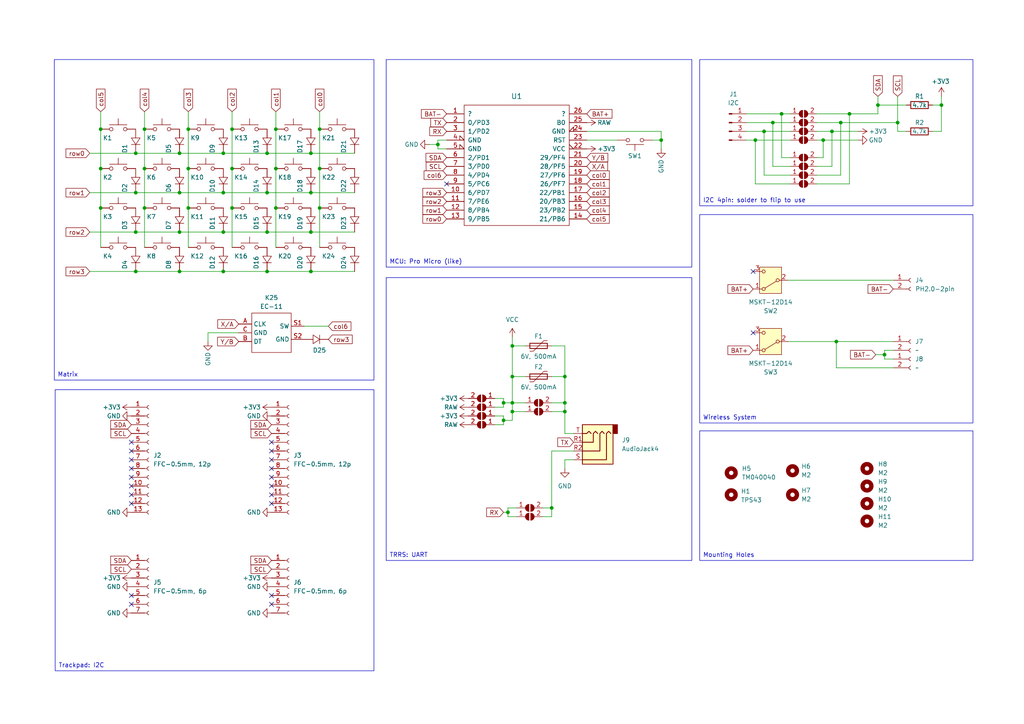
<source format=kicad_sch>
(kicad_sch (version 20250114) (generator "eeschema") (generator_version "9.0")
  (paper "A4")
  (text_box "I2C 4pin: solder to flip to use" (at 202.946 17.272 0) (size 79.248 42.418) (margins 0.9525 0.9525 0.9525 0.9525) (effects (font (size 1.27 1.27)) (justify left bottom)))
  (text_box "Trackpad: I2C" (at 16.002 113.03 0) (size 92.456 81.534) (margins 0.9525 0.9525 0.9525 0.9525) (effects (font (size 1.27 1.27)) (justify left bottom)))
  (text_box "Mounting Holes" (at 202.946 124.968 0) (size 79.248 37.592) (margins 0.9525 0.9525 0.9525 0.9525) (effects (font (size 1.27 1.27)) (justify left bottom)))
  (text_box "TRRS: UART" (at 112.014 80.518 0) (size 88.646 82.042) (margins 0.9525 0.9525 0.9525 0.9525) (effects (font (size 1.27 1.27)) (justify left bottom)))
  (text_box "Wireless System" (at 202.946 62.23 0) (size 79.248 60.452) (margins 0.9525 0.9525 0.9525 0.9525) (effects (font (size 1.27 1.27)) (justify left bottom)))
  (text_box "MCU: Pro Micro (like)" (at 112.014 17.272 0) (size 88.646 60.198) (margins 0.9525 0.9525 0.9525 0.9525) (effects (font (size 1.27 1.27)) (justify left bottom)))
  (text_box "Matrix" (at 15.748 17.272 0) (size 92.71 92.964) (margins 0.9525 0.9525 0.9525 0.9525) (effects (font (size 1.27 1.27)) (justify left bottom)))
  (junction (at 54.61 60.325))
  (junction (at 67.31 37.465))
  (junction (at 147.32 148.59))
  (junction (at 64.77 67.31))
  (junction (at 29.21 60.325))
  (junction (at 54.61 48.895))
  (junction (at 160.02 147.32))
  (junction (at 90.17 78.74))
  (junction (at 219.075 40.64))
  (junction (at 39.37 78.74))
  (junction (at 92.71 60.325))
  (junction (at 77.47 78.74))
  (junction (at 52.07 67.31))
  (junction (at 146.05 121.92))
  (junction (at 273.05 30.48))
  (junction (at 256.54 102.87))
  (junction (at 260.35 35.56))
  (junction (at 80.01 37.465))
  (junction (at 163.83 109.22))
  (junction (at 241.3 38.1))
  (junction (at 226.695 33.02))
  (junction (at 77.47 67.31))
  (junction (at 80.01 60.325))
  (junction (at 224.155 35.56))
  (junction (at 90.17 55.88))
  (junction (at 77.47 44.45))
  (junction (at 41.91 37.465))
  (junction (at 54.61 37.465))
  (junction (at 163.83 119.38))
  (junction (at 29.21 48.895))
  (junction (at 127 41.91))
  (junction (at 41.91 60.325))
  (junction (at 64.77 55.88))
  (junction (at 67.31 48.895))
  (junction (at 148.59 109.22))
  (junction (at 41.91 48.895))
  (junction (at 77.47 55.88))
  (junction (at 246.38 33.02))
  (junction (at 221.615 38.1))
  (junction (at 39.37 44.45))
  (junction (at 148.59 100.33))
  (junction (at 163.83 116.84))
  (junction (at 92.71 37.465))
  (junction (at 243.84 35.56))
  (junction (at 191.77 40.64))
  (junction (at 29.21 37.465))
  (junction (at 148.59 119.38))
  (junction (at 238.76 40.64))
  (junction (at 242.57 99.06))
  (junction (at 90.17 67.31))
  (junction (at 64.77 78.74))
  (junction (at 39.37 55.88))
  (junction (at 64.77 44.45))
  (junction (at 52.07 44.45))
  (junction (at 90.17 44.45))
  (junction (at 39.37 67.31))
  (junction (at 254.635 30.48))
  (junction (at 52.07 55.88))
  (junction (at 67.31 60.325))
  (junction (at 52.07 78.74))
  (junction (at 148.59 116.84))
  (junction (at 146.05 116.84))
  (junction (at 92.71 48.895))
  (junction (at 80.01 48.895))
  (no_connect (at 38.1 135.89))
  (no_connect (at 78.74 130.81))
  (no_connect (at 38.1 133.35))
  (no_connect (at 78.74 138.43))
  (no_connect (at 129.54 53.34))
  (no_connect (at 38.1 146.05))
  (no_connect (at 78.74 146.05))
  (no_connect (at 78.74 133.35))
  (no_connect (at 78.74 135.89))
  (no_connect (at 218.44 96.52))
  (no_connect (at 218.44 78.74))
  (no_connect (at 38.1 138.43))
  (no_connect (at 78.74 172.72))
  (no_connect (at 38.1 140.97))
  (no_connect (at 78.74 128.27))
  (no_connect (at 38.1 143.51))
  (no_connect (at 38.1 172.72))
  (no_connect (at 38.1 130.81))
  (no_connect (at 78.74 143.51))
  (no_connect (at 78.74 140.97))
  (no_connect (at 38.1 128.27))
  (no_connect (at 38.1 175.26))
  (no_connect (at 78.74 175.26))
  (wire (pts (xy 146.05 118.11) (xy 146.05 116.84)))
  (wire (pts (xy 160.02 119.38) (xy 163.83 119.38)))
  (wire (pts (xy 29.21 60.325) (xy 29.21 71.755)))
  (wire (pts (xy 243.84 35.56) (xy 260.35 35.56)))
  (wire (pts (xy 147.32 147.32) (xy 147.32 148.59)))
  (wire (pts (xy 262.89 38.1) (xy 260.35 38.1)))
  (wire (pts (xy 226.695 45.72) (xy 226.695 33.02)))
  (wire (pts (xy 260.35 35.56) (xy 260.35 38.1)))
  (wire (pts (xy 52.07 55.88) (xy 64.77 55.88)))
  (wire (pts (xy 148.59 100.33) (xy 152.4 100.33)))
  (wire (pts (xy 67.31 32.385) (xy 67.31 37.465)))
  (wire (pts (xy 39.37 67.31) (xy 52.07 67.31)))
  (wire (pts (xy 26.035 78.74) (xy 39.37 78.74)))
  (wire (pts (xy 219.075 40.64) (xy 229.235 40.64)))
  (wire (pts (xy 256.54 102.87) (xy 256.54 101.6)))
  (wire (pts (xy 260.35 27.94) (xy 260.35 35.56)))
  (wire (pts (xy 80.01 37.465) (xy 80.01 48.895)))
  (wire (pts (xy 163.83 116.84) (xy 163.83 109.22)))
  (wire (pts (xy 163.83 119.38) (xy 163.83 116.84)))
  (wire (pts (xy 236.855 45.72) (xy 238.76 45.72)))
  (wire (pts (xy 52.07 78.74) (xy 64.77 78.74)))
  (wire (pts (xy 54.61 48.895) (xy 54.61 60.325)))
  (wire (pts (xy 191.77 38.1) (xy 191.77 40.64)))
  (wire (pts (xy 146.05 116.84) (xy 148.59 116.84)))
  (wire (pts (xy 236.855 53.34) (xy 246.38 53.34)))
  (wire (pts (xy 124.46 41.91) (xy 127 41.91)))
  (wire (pts (xy 41.91 48.895) (xy 41.91 60.325)))
  (wire (pts (xy 148.59 109.22) (xy 148.59 100.33)))
  (wire (pts (xy 90.17 55.88) (xy 102.87 55.88)))
  (wire (pts (xy 39.37 78.74) (xy 52.07 78.74)))
  (wire (pts (xy 67.31 37.465) (xy 67.31 48.895)))
  (wire (pts (xy 90.17 78.74) (xy 102.87 78.74)))
  (wire (pts (xy 149.86 149.86) (xy 147.32 149.86)))
  (wire (pts (xy 143.51 120.65) (xy 146.05 120.65)))
  (wire (pts (xy 221.615 38.1) (xy 229.235 38.1)))
  (wire (pts (xy 146.05 123.19) (xy 146.05 121.92)))
  (wire (pts (xy 148.59 119.38) (xy 148.59 116.84)))
  (wire (pts (xy 54.61 60.325) (xy 54.61 71.755)))
  (wire (pts (xy 90.17 67.31) (xy 102.87 67.31)))
  (wire (pts (xy 242.57 99.06) (xy 259.08 99.06)))
  (wire (pts (xy 127 43.18) (xy 129.54 43.18)))
  (wire (pts (xy 270.51 38.1) (xy 273.05 38.1)))
  (wire (pts (xy 95.25 94.615) (xy 88.265 94.615)))
  (wire (pts (xy 39.37 55.88) (xy 52.07 55.88)))
  (wire (pts (xy 241.3 48.26) (xy 241.3 38.1)))
  (wire (pts (xy 67.31 48.895) (xy 67.31 60.325)))
  (wire (pts (xy 228.6 99.06) (xy 242.57 99.06)))
  (wire (pts (xy 77.47 55.88) (xy 90.17 55.88)))
  (wire (pts (xy 64.77 67.31) (xy 77.47 67.31)))
  (wire (pts (xy 41.91 60.325) (xy 41.91 71.755)))
  (wire (pts (xy 238.76 45.72) (xy 238.76 40.64)))
  (wire (pts (xy 29.21 32.385) (xy 29.21 37.465)))
  (wire (pts (xy 229.235 50.8) (xy 221.615 50.8)))
  (wire (pts (xy 127 40.64) (xy 129.54 40.64)))
  (wire (pts (xy 152.4 109.22) (xy 148.59 109.22)))
  (wire (pts (xy 41.91 32.385) (xy 41.91 37.465)))
  (wire (pts (xy 229.235 48.26) (xy 224.155 48.26)))
  (wire (pts (xy 160.02 116.84) (xy 163.83 116.84)))
  (wire (pts (xy 148.59 116.84) (xy 152.4 116.84)))
  (wire (pts (xy 163.83 125.73) (xy 166.37 125.73)))
  (wire (pts (xy 236.855 38.1) (xy 241.3 38.1)))
  (wire (pts (xy 148.59 100.33) (xy 148.59 97.79)))
  (wire (pts (xy 127 41.91) (xy 127 43.18)))
  (wire (pts (xy 236.855 50.8) (xy 243.84 50.8)))
  (wire (pts (xy 143.51 118.11) (xy 146.05 118.11)))
  (wire (pts (xy 236.855 33.02) (xy 246.38 33.02)))
  (wire (pts (xy 216.535 33.02) (xy 226.695 33.02)))
  (wire (pts (xy 163.83 133.35) (xy 163.83 135.89)))
  (wire (pts (xy 246.38 53.34) (xy 246.38 33.02)))
  (wire (pts (xy 64.77 55.88) (xy 77.47 55.88)))
  (wire (pts (xy 52.07 67.31) (xy 64.77 67.31)))
  (wire (pts (xy 148.59 119.38) (xy 152.4 119.38)))
  (wire (pts (xy 243.84 50.8) (xy 243.84 35.56)))
  (wire (pts (xy 224.155 35.56) (xy 229.235 35.56)))
  (wire (pts (xy 228.6 81.28) (xy 259.08 81.28)))
  (wire (pts (xy 216.535 40.64) (xy 219.075 40.64)))
  (wire (pts (xy 273.05 30.48) (xy 270.51 30.48)))
  (wire (pts (xy 160.02 147.32) (xy 160.02 149.86)))
  (wire (pts (xy 64.77 78.74) (xy 77.47 78.74)))
  (wire (pts (xy 221.615 50.8) (xy 221.615 38.1)))
  (wire (pts (xy 146.05 115.57) (xy 146.05 116.84)))
  (wire (pts (xy 254.635 33.02) (xy 254.635 30.48)))
  (wire (pts (xy 157.48 147.32) (xy 160.02 147.32)))
  (wire (pts (xy 224.155 48.26) (xy 224.155 35.56)))
  (wire (pts (xy 219.075 53.34) (xy 219.075 40.64)))
  (wire (pts (xy 92.71 37.465) (xy 92.71 48.895)))
  (wire (pts (xy 236.855 48.26) (xy 241.3 48.26)))
  (wire (pts (xy 254 102.87) (xy 256.54 102.87)))
  (wire (pts (xy 26.035 44.45) (xy 39.37 44.45)))
  (wire (pts (xy 191.77 40.64) (xy 189.23 40.64)))
  (wire (pts (xy 191.77 43.18) (xy 191.77 40.64)))
  (wire (pts (xy 166.37 133.35) (xy 163.83 133.35)))
  (wire (pts (xy 259.08 106.68) (xy 242.57 106.68)))
  (wire (pts (xy 60.325 99.06) (xy 60.325 96.52)))
  (wire (pts (xy 39.37 44.45) (xy 52.07 44.45)))
  (wire (pts (xy 64.77 44.45) (xy 77.47 44.45)))
  (wire (pts (xy 216.535 35.56) (xy 224.155 35.56)))
  (wire (pts (xy 160.02 147.32) (xy 160.02 130.81)))
  (wire (pts (xy 262.89 30.48) (xy 254.635 30.48)))
  (wire (pts (xy 92.71 60.325) (xy 92.71 71.755)))
  (wire (pts (xy 29.21 48.895) (xy 29.21 60.325)))
  (wire (pts (xy 226.695 33.02) (xy 229.235 33.02)))
  (wire (pts (xy 146.05 121.92) (xy 148.59 121.92)))
  (wire (pts (xy 242.57 106.68) (xy 242.57 99.06)))
  (wire (pts (xy 54.61 32.385) (xy 54.61 37.465)))
  (wire (pts (xy 160.02 109.22) (xy 163.83 109.22)))
  (wire (pts (xy 163.83 125.73) (xy 163.83 119.38)))
  (wire (pts (xy 52.07 44.45) (xy 64.77 44.45)))
  (wire (pts (xy 26.035 67.31) (xy 39.37 67.31)))
  (wire (pts (xy 80.01 60.325) (xy 80.01 71.755)))
  (wire (pts (xy 160.02 130.81) (xy 166.37 130.81)))
  (wire (pts (xy 54.61 37.465) (xy 54.61 48.895)))
  (wire (pts (xy 127 40.64) (xy 127 41.91)))
  (wire (pts (xy 259.08 104.14) (xy 256.54 104.14)))
  (wire (pts (xy 147.32 148.59) (xy 146.05 148.59)))
  (wire (pts (xy 157.48 149.86) (xy 160.02 149.86)))
  (wire (pts (xy 216.535 38.1) (xy 221.615 38.1)))
  (wire (pts (xy 241.3 38.1) (xy 248.92 38.1)))
  (wire (pts (xy 256.54 104.14) (xy 256.54 102.87)))
  (wire (pts (xy 238.76 40.64) (xy 248.92 40.64)))
  (wire (pts (xy 170.18 40.64) (xy 179.07 40.64)))
  (wire (pts (xy 160.02 100.33) (xy 163.83 100.33)))
  (wire (pts (xy 60.325 96.52) (xy 69.215 96.52)))
  (wire (pts (xy 92.71 48.895) (xy 92.71 60.325)))
  (wire (pts (xy 90.17 44.45) (xy 102.87 44.45)))
  (wire (pts (xy 273.05 27.94) (xy 273.05 30.48)))
  (wire (pts (xy 41.91 37.465) (xy 41.91 48.895)))
  (wire (pts (xy 147.32 149.86) (xy 147.32 148.59)))
  (wire (pts (xy 143.51 123.19) (xy 146.05 123.19)))
  (wire (pts (xy 147.32 147.32) (xy 149.86 147.32)))
  (wire (pts (xy 256.54 101.6) (xy 259.08 101.6)))
  (wire (pts (xy 80.01 32.385) (xy 80.01 37.465)))
  (wire (pts (xy 77.47 78.74) (xy 90.17 78.74)))
  (wire (pts (xy 170.18 38.1) (xy 191.77 38.1)))
  (wire (pts (xy 236.855 40.64) (xy 238.76 40.64)))
  (wire (pts (xy 92.71 32.385) (xy 92.71 37.465)))
  (wire (pts (xy 80.01 48.895) (xy 80.01 60.325)))
  (wire (pts (xy 229.235 45.72) (xy 226.695 45.72)))
  (wire (pts (xy 163.83 109.22) (xy 163.83 100.33)))
  (wire (pts (xy 273.05 38.1) (xy 273.05 30.48)))
  (wire (pts (xy 246.38 33.02) (xy 254.635 33.02)))
  (wire (pts (xy 67.31 60.325) (xy 67.31 71.755)))
  (wire (pts (xy 236.855 35.56) (xy 243.84 35.56)))
  (wire (pts (xy 77.47 44.45) (xy 90.17 44.45)))
  (wire (pts (xy 148.59 109.22) (xy 148.59 116.84)))
  (wire (pts (xy 146.05 120.65) (xy 146.05 121.92)))
  (wire (pts (xy 77.47 67.31) (xy 90.17 67.31)))
  (wire (pts (xy 229.235 53.34) (xy 219.075 53.34)))
  (wire (pts (xy 29.21 37.465) (xy 29.21 48.895)))
  (wire (pts (xy 143.51 115.57) (xy 146.05 115.57)))
  (wire (pts (xy 254.635 30.48) (xy 254.635 27.94)))
  (wire (pts (xy 26.035 55.88) (xy 39.37 55.88)))
  (wire (pts (xy 148.59 121.92) (xy 148.59 119.38)))
  (global_label "RX" (shape input) (at 129.54 38.1 180) (property "Intersheetrefs" "${INTERSHEET_REFS}" (effects (hide yes))))
  (global_label "row1" (shape input) (at 26.035 55.88 180) (property "Intersheetrefs" "${INTERSHEET_REFS}" (effects (hide yes))))
  (global_label "col1" (shape input) (at 80.01 32.385 90) (property "Intersheetrefs" "${INTERSHEET_REFS}" (effects (hide yes))))
  (global_label "col2" (shape input) (at 170.18 55.88 0) (property "Intersheetrefs" "${INTERSHEET_REFS}" (effects (hide yes))))
  (global_label "SDA" (shape input) (at 129.54 45.72 180) (property "Intersheetrefs" "${INTERSHEET_REFS}" (effects (hide yes))))
  (global_label "col6" (shape input) (at 129.54 50.8 180) (property "Intersheetrefs" "${INTERSHEET_REFS}" (effects (hide yes))))
  (global_label "SCL" (shape input) (at 129.54 48.26 180) (property "Intersheetrefs" "${INTERSHEET_REFS}" (effects (hide yes))))
  (global_label "Y{slash}B" (shape input) (at 69.215 99.06 180) (property "Intersheetrefs" "${INTERSHEET_REFS}" (effects (hide yes))))
  (global_label "BAT+" (shape input) (at 218.44 101.6 180) (property "Intersheetrefs" "${INTERSHEET_REFS}" (effects (hide yes))))
  (global_label "col0" (shape input) (at 170.18 50.8 0) (property "Intersheetrefs" "${INTERSHEET_REFS}" (effects (hide yes))))
  (global_label "col2" (shape input) (at 67.31 32.385 90) (property "Intersheetrefs" "${INTERSHEET_REFS}" (effects (hide yes))))
  (global_label "SCL" (shape input) (at 38.1 165.1 180) (property "Intersheetrefs" "${INTERSHEET_REFS}" (effects (hide yes))))
  (global_label "col5" (shape input) (at 29.21 32.385 90) (property "Intersheetrefs" "${INTERSHEET_REFS}" (effects (hide yes))))
  (global_label "TX" (shape input) (at 166.37 128.27 180) (property "Intersheetrefs" "${INTERSHEET_REFS}" (effects (hide yes))))
  (global_label "SDA" (shape input) (at 254.635 27.94 90) (property "Intersheetrefs" "${INTERSHEET_REFS}" (effects (hide yes))))
  (global_label "SDA" (shape input) (at 78.74 123.19 180) (property "Intersheetrefs" "${INTERSHEET_REFS}" (effects (hide yes))))
  (global_label "BAT-" (shape input) (at 259.08 83.82 180) (property "Intersheetrefs" "${INTERSHEET_REFS}" (effects (hide yes))))
  (global_label "col0" (shape input) (at 92.71 32.385 90) (property "Intersheetrefs" "${INTERSHEET_REFS}" (effects (hide yes))))
  (global_label "row2" (shape input) (at 129.54 58.42 180) (property "Intersheetrefs" "${INTERSHEET_REFS}" (effects (hide yes))))
  (global_label "X{slash}A" (shape input) (at 69.215 93.98 180) (property "Intersheetrefs" "${INTERSHEET_REFS}" (effects (hide yes))))
  (global_label "col4" (shape input) (at 41.91 32.385 90) (property "Intersheetrefs" "${INTERSHEET_REFS}" (effects (hide yes))))
  (global_label "SDA" (shape input) (at 38.1 123.19 180) (property "Intersheetrefs" "${INTERSHEET_REFS}" (effects (hide yes))))
  (global_label "col1" (shape input) (at 170.18 53.34 0) (property "Intersheetrefs" "${INTERSHEET_REFS}" (effects (hide yes))))
  (global_label "row2" (shape input) (at 26.035 67.31 180) (property "Intersheetrefs" "${INTERSHEET_REFS}" (effects (hide yes))))
  (global_label "SCL" (shape input) (at 78.74 165.1 180) (property "Intersheetrefs" "${INTERSHEET_REFS}" (effects (hide yes))))
  (global_label "BAT+" (shape input) (at 170.18 33.02 0) (property "Intersheetrefs" "${INTERSHEET_REFS}" (effects (hide yes))))
  (global_label "row0" (shape input) (at 26.035 44.45 180) (property "Intersheetrefs" "${INTERSHEET_REFS}" (effects (hide yes))))
  (global_label "col5" (shape input) (at 170.18 63.5 0) (property "Intersheetrefs" "${INTERSHEET_REFS}" (effects (hide yes))))
  (global_label "SDA" (shape input) (at 38.1 162.56 180) (property "Intersheetrefs" "${INTERSHEET_REFS}" (effects (hide yes))))
  (global_label "col3" (shape input) (at 54.61 32.385 90) (property "Intersheetrefs" "${INTERSHEET_REFS}" (effects (hide yes))))
  (global_label "BAT-" (shape input) (at 254 102.87 180) (property "Intersheetrefs" "${INTERSHEET_REFS}" (effects (hide yes))))
  (global_label "row3" (shape input) (at 95.25 98.425 0) (property "Intersheetrefs" "${INTERSHEET_REFS}" (effects (hide yes))))
  (global_label "RX" (shape input) (at 146.05 148.59 180) (property "Intersheetrefs" "${INTERSHEET_REFS}" (effects (hide yes))))
  (global_label "col3" (shape input) (at 170.18 58.42 0) (property "Intersheetrefs" "${INTERSHEET_REFS}" (effects (hide yes))))
  (global_label "row1" (shape input) (at 129.54 60.96 180) (property "Intersheetrefs" "${INTERSHEET_REFS}" (effects (hide yes))))
  (global_label "X{slash}A" (shape input) (at 170.18 48.26 0) (property "Intersheetrefs" "${INTERSHEET_REFS}" (effects (hide yes))))
  (global_label "SCL" (shape input) (at 78.74 125.73 180) (property "Intersheetrefs" "${INTERSHEET_REFS}" (effects (hide yes))))
  (global_label "BAT-" (shape input) (at 129.54 33.02 180) (property "Intersheetrefs" "${INTERSHEET_REFS}" (effects (hide yes))))
  (global_label "col4" (shape input) (at 170.18 60.96 0) (property "Intersheetrefs" "${INTERSHEET_REFS}" (effects (hide yes))))
  (global_label "SCL" (shape input) (at 260.35 27.94 90) (property "Intersheetrefs" "${INTERSHEET_REFS}" (effects (hide yes))))
  (global_label "row3" (shape input) (at 26.035 78.74 180) (property "Intersheetrefs" "${INTERSHEET_REFS}" (effects (hide yes))))
  (global_label "col6" (shape input) (at 95.25 94.615 0) (property "Intersheetrefs" "${INTERSHEET_REFS}" (effects (hide yes))))
  (global_label "SCL" (shape input) (at 38.1 125.73 180) (property "Intersheetrefs" "${INTERSHEET_REFS}" (effects (hide yes))))
  (global_label "BAT+" (shape input) (at 218.44 83.82 180) (property "Intersheetrefs" "${INTERSHEET_REFS}" (effects (hide yes))))
  (global_label "row3" (shape input) (at 129.54 55.88 180) (property "Intersheetrefs" "${INTERSHEET_REFS}" (effects (hide yes))))
  (global_label "TX" (shape input) (at 129.54 35.56 180) (property "Intersheetrefs" "${INTERSHEET_REFS}" (effects (hide yes))))
  (global_label "row0" (shape input) (at 129.54 63.5 180) (property "Intersheetrefs" "${INTERSHEET_REFS}" (effects (hide yes))))
  (global_label "SDA" (shape input) (at 78.74 162.56 180) (property "Intersheetrefs" "${INTERSHEET_REFS}" (effects (hide yes))))
  (global_label "Y{slash}B" (shape input) (at 170.18 45.72 0) (property "Intersheetrefs" "${INTERSHEET_REFS}" (effects (hide yes))))
  (symbol (lib_id "Device:Polyfuse") (at 156.21 109.22 90) (unit 1)
    (property "Reference" "F2" (at 156.21 106.426 90))
    (property "Value" "6V, 500mA" (at 156.21 112.268 90))
    (property "Footprint" "Fuse:Fuse_0805_2012Metric" (effects (hide yes)))
    (property "Description" "Resettable fuse, polymeric positive temperature coefficient" (effects (hide yes)))
  )
  (symbol (lib_id "Jumper:SolderJumper_2_Open") (at 233.045 53.34 0) (unit 1)
    (property "Reference" "JP12" (effects (hide yes)))
    (property "Value" "PWR1" (effects (hide yes)))
    (property "Footprint" "Jumper:SolderJumper-2_P1.3mm_Open_RoundedPad1.0x1.5mm" (effects (hide yes)))
  )
  (symbol (lib_id "Switch:SW_Push") (at 46.99 60.325 0) (unit 1)
    (property "Reference" "K7" (at 42.545 62.865 0) (effects (justify left)))
    (property "Value" "SW_Push" (effects (hide yes)))
    (property "Footprint" "DreaM117er-keebLibrary:SW_Hotswap_KLP12_GLP3.0_MX_Plated_1.00u_Dualside" (effects (hide yes)))
  )
  (symbol (lib_id "power:+3V3") (at 38.1 118.11 90) (unit 1)
    (property "Reference" "#PWR017" (effects (hide yes)))
    (property "Value" "+3V3" (at 32.385 118.11 90))
  )
  (symbol (lib_id "power:+5V") (at 135.89 118.11 90) (unit 1)
    (property "Reference" "#PWR06" (effects (hide yes)))
    (property "Value" "RAW" (at 130.81 118.11 90))
  )
  (symbol (lib_id "Switch:SW_Push") (at 85.09 60.325 0) (unit 1)
    (property "Reference" "K19" (at 80.645 62.865 0) (effects (justify left)))
    (property "Value" "SW_Push" (effects (hide yes)))
    (property "Footprint" "DreaM117er-keebLibrary:SW_Hotswap_KLP12_GLP3.0_MX_Plated_1.00u_Dualside" (effects (hide yes)))
  )
  (symbol (lib_id "DreaM117er_Library:DS_1N4148_SMD") (at 77.47 52.07 90) (unit 1)
    (property "Reference" "D14" (at 74.295 55.88 0) (effects (justify left)))
    (property "Value" "1N4148_SMD" (effects (hide yes)))
    (property "Footprint" "DreaM117er-keebLibrary:D_SOD-123_handsolder_dual" (effects (hide yes)))
  )
  (symbol (lib_id "Connector:Conn_01x02_Socket") (at 264.16 81.28 0) (unit 1)
    (property "Reference" "J4" (at 265.43 81.2799 0) (effects (justify left)))
    (property "Value" "PH2.0-2pin" (at 265.43 83.8199 0) (effects (justify left)))
    (property "Footprint" "DreaM117er-keebLibrary:JST_PH_S2B-PH-K_1x02_P2.00mm_Horizontal_dual" (effects (hide yes)))
    (property "Description" "Generic connector, single row, 01x02, script generated" (effects (hide yes)))
  )
  (symbol (lib_id "power:+3V3") (at 273.05 27.94 0) (unit 1)
    (property "Reference" "#PWR09" (effects (hide yes)))
    (property "Value" "+3V3" (at 272.796 23.622 0))
  )
  (symbol (lib_id "Switch:SW_Push") (at 72.39 48.895 0) (unit 1)
    (property "Reference" "K14" (at 67.945 51.435 0) (effects (justify left)))
    (property "Value" "SW_Push" (effects (hide yes)))
    (property "Footprint" "DreaM117er-keebLibrary:SW_Hotswap_KLP12_GLP3.0_MX_Plated_1.00u_Dualside" (effects (hide yes)))
  )
  (symbol (lib_id "DreaM117er_Library:DS_1N4148_SMD") (at 64.77 63.5 90) (unit 1)
    (property "Reference" "D11" (at 61.595 66.675 0) (effects (justify left)))
    (property "Value" "1N4148_SMD" (effects (hide yes)))
    (property "Footprint" "DreaM117er-keebLibrary:D_SOD-123_handsolder_dual" (effects (hide yes)))
  )
  (symbol (lib_id "Connector:Conn_01x13_Socket") (at 83.82 133.35 0) (unit 1)
    (property "Reference" "J3" (at 85.09 132.0799 0) (effects (justify left)))
    (property "Value" "FFC-0.5mm, 12p" (at 85.09 134.6199 0) (effects (justify left)))
    (property "Footprint" "DreaM117er-keebLibrary:Hirose_FH12-12S-0.5SH_1x12-1MP_P0.50mm_Horizontal" (effects (hide yes)))
    (property "Description" "Generic connector, single row, 01x13, script generated" (effects (hide yes)))
  )
  (symbol (lib_id "DreaM117er_Library:DS_1N4148_SMD") (at 90.17 63.5 90) (unit 1)
    (property "Reference" "D19" (at 86.995 66.675 0) (effects (justify left)))
    (property "Value" "1N4148_SMD" (effects (hide yes)))
    (property "Footprint" "DreaM117er-keebLibrary:D_SOD-123_handsolder_dual" (effects (hide yes)))
  )
  (symbol (lib_id "power:GND") (at 38.1 177.8 270) (unit 1)
    (property "Reference" "#PWR014" (effects (hide yes)))
    (property "Value" "GND" (at 33.02 177.8 90))
  )
  (symbol (lib_id "Switch:SW_Push") (at 72.39 37.465 0) (unit 1)
    (property "Reference" "K13" (at 67.945 40.005 0) (effects (justify left)))
    (property "Value" "SW_Push" (effects (hide yes)))
    (property "Footprint" "DreaM117er-keebLibrary:SW_Hotswap_KLP12_GLP3.0_MX_Plated_1.00u_Dualside" (effects (hide yes)))
  )
  (symbol (lib_id "power:+5V") (at 135.89 123.19 90) (unit 1)
    (property "Reference" "#PWR08" (effects (hide yes)))
    (property "Value" "RAW" (at 130.81 123.19 90))
  )
  (symbol (lib_id "Switch:SW_Push") (at 34.29 60.325 0) (unit 1)
    (property "Reference" "K3" (at 29.845 62.865 0) (effects (justify left)))
    (property "Value" "SW_Push" (effects (hide yes)))
    (property "Footprint" "DreaM117er-keebLibrary:SW_Hotswap_KLP12_GLP3.0_MX_Plated_1.00u_Dualside" (effects (hide yes)))
  )
  (symbol (lib_id "Mechanical:MountingHole") (at 229.87 143.51 0) (unit 1)
    (property "Reference" "H7" (at 232.41 142.24 0) (effects (justify left)))
    (property "Value" "M2" (at 232.41 144.78 0) (effects (justify left)))
    (property "Footprint" "MountingHole:MountingHole_2.2mm_M2" (effects (hide yes)))
  )
  (symbol (lib_id "power:+3V3") (at 38.1 167.64 90) (unit 1)
    (property "Reference" "#PWR016" (effects (hide yes)))
    (property "Value" "+3V3" (at 32.385 167.64 90))
  )
  (symbol (lib_id "Jumper:SolderJumper_2_Open") (at 233.045 40.64 0) (unit 1)
    (property "Reference" "JP8" (effects (hide yes)))
    (property "Value" "PWR1" (effects (hide yes)))
    (property "Footprint" "Jumper:SolderJumper-2_P1.3mm_Open_RoundedPad1.0x1.5mm" (effects (hide yes)))
  )
  (symbol (lib_id "Switch:SW_Push") (at 97.79 60.325 0) (unit 1)
    (property "Reference" "K23" (at 93.345 62.865 0) (effects (justify left)))
    (property "Value" "SW_Push" (effects (hide yes)))
    (property "Footprint" "DreaM117er-keebLibrary:SW_Hotswap_KLP12_GLP3.0_MX_Plated_1.00u_Dualside" (effects (hide yes)))
  )
  (symbol (lib_id "Connector:Conn_01x02_Socket") (at 264.16 99.06 0) (unit 1)
    (property "Reference" "J7" (at 265.43 99.0599 0) (effects (justify left)))
    (property "Value" "~" (at 265.43 101.5999 0) (effects (justify left)))
    (property "Footprint" "DreaM117er-keebLibrary:PinHeader_1x02_P2.54mm_Vertical" (effects (hide yes)))
    (property "Description" "Generic connector, single row, 01x02, script generated" (effects (hide yes)))
  )
  (symbol (lib_id "DreaM117er_Library:DS_1N4148_SMD") (at 90.17 40.64 90) (unit 1)
    (property "Reference" "D17" (at 86.995 44.45 0) (effects (justify left)))
    (property "Value" "1N4148_SMD" (effects (hide yes)))
    (property "Footprint" "DreaM117er-keebLibrary:D_SOD-123_handsolder_dual" (effects (hide yes)))
  )
  (symbol (lib_id "power:GND") (at 38.1 148.59 270) (unit 1)
    (property "Reference" "#PWR03" (effects (hide yes)))
    (property "Value" "GND" (at 33.02 148.59 90))
  )
  (symbol (lib_id "Switch:SW_SPDT") (at 223.52 81.28 180) (unit 1)
    (property "Reference" "SW2" (at 223.52 90.17 0))
    (property "Value" "MSKT-12D14" (at 223.52 87.63 0))
    (property "Footprint" "DreaM117er-keebLibrary:SW_SPDT_MSKT-12D14_SMD_dual" (effects (hide yes)))
    (property "Description" "Switch, single pole double throw" (effects (hide yes)))
  )
  (symbol (lib_id "DreaM117er_Library:DS_1N4148_SMD") (at 64.77 74.93 90) (unit 1)
    (property "Reference" "D12" (at 61.595 78.105 0) (effects (justify left)))
    (property "Value" "1N4148_SMD" (effects (hide yes)))
    (property "Footprint" "DreaM117er-keebLibrary:D_SOD-123_handsolder_dual" (effects (hide yes)))
  )
  (symbol (lib_id "Switch:SW_Push") (at 85.09 48.895 0) (unit 1)
    (property "Reference" "K18" (at 80.645 51.435 0) (effects (justify left)))
    (property "Value" "SW_Push" (effects (hide yes)))
    (property "Footprint" "DreaM117er-keebLibrary:SW_Hotswap_KLP12_GLP3.0_MX_Plated_1.00u_Dualside" (effects (hide yes)))
  )
  (symbol (lib_id "Connector:Conn_01x04_Pin") (at 211.455 35.56 0) (unit 1)
    (property "Reference" "J1" (at 212.725 27.305 0))
    (property "Value" "I2C" (at 212.725 29.845 0))
    (property "Footprint" "DreaM117er-keebLibrary:PinHeader_1x04_P2.54mm_Vertical" (effects (hide yes)))
  )
  (symbol (lib_id "Switch:SW_Push") (at 59.69 60.325 0) (unit 1)
    (property "Reference" "K11" (at 55.245 62.865 0) (effects (justify left)))
    (property "Value" "SW_Push" (effects (hide yes)))
    (property "Footprint" "DreaM117er-keebLibrary:SW_Hotswap_KLP12_GLP3.0_MX_Plated_1.00u_Dualside" (effects (hide yes)))
  )
  (symbol (lib_id "Jumper:SolderJumper_2_Open") (at 139.7 120.65 180) (unit 1)
    (property "Reference" "JP3" (effects (hide yes)))
    (property "Value" "PWR1" (effects (hide yes)))
    (property "Footprint" "Jumper:SolderJumper-2_P1.3mm_Open_Pad1.0x1.5mm" (effects (hide yes)))
  )
  (symbol (lib_id "Jumper:SolderJumper_2_Open") (at 156.21 116.84 0) (unit 1)
    (property "Reference" "JP15" (effects (hide yes)))
    (property "Value" "VCC" (effects (hide yes)))
    (property "Footprint" "Jumper:SolderJumper-2_P1.3mm_Open_Pad1.0x1.5mm" (effects (hide yes)))
  )
  (symbol (lib_id "Switch:SW_Push") (at 59.69 48.895 0) (unit 1)
    (property "Reference" "K10" (at 55.245 51.435 0) (effects (justify left)))
    (property "Value" "SW_Push" (effects (hide yes)))
    (property "Footprint" "DreaM117er-keebLibrary:SW_Hotswap_KLP12_GLP3.0_MX_Plated_1.00u_Dualside" (effects (hide yes)))
  )
  (symbol (lib_id "Jumper:SolderJumper_2_Open") (at 153.67 149.86 0) (unit 1)
    (property "Reference" "JP14" (effects (hide yes)))
    (property "Value" "RX" (effects (hide yes)))
    (property "Footprint" "Jumper:SolderJumper-2_P1.3mm_Open_RoundedPad1.0x1.5mm" (effects (hide yes)))
  )
  (symbol (lib_id "Jumper:SolderJumper_2_Open") (at 233.045 35.56 0) (unit 1)
    (property "Reference" "JP6" (effects (hide yes)))
    (property "Value" "PWR1" (effects (hide yes)))
    (property "Footprint" "Jumper:SolderJumper-2_P1.3mm_Open_RoundedPad1.0x1.5mm" (effects (hide yes)))
  )
  (symbol (lib_id "power:GND") (at 78.74 170.18 270) (unit 1)
    (property "Reference" "#PWR025" (effects (hide yes)))
    (property "Value" "GND" (at 73.66 170.18 90))
  )
  (symbol (lib_id "Switch:SW_Push") (at 72.39 60.325 0) (unit 1)
    (property "Reference" "K15" (at 67.945 62.865 0) (effects (justify left)))
    (property "Value" "SW_Push" (effects (hide yes)))
    (property "Footprint" "DreaM117er-keebLibrary:SW_Hotswap_KLP12_GLP3.0_MX_Plated_1.00u_Dualside" (effects (hide yes)))
  )
  (symbol (lib_id "Connector:Conn_01x07_Socket") (at 43.18 170.18 0) (unit 1)
    (property "Reference" "J5" (at 44.45 168.9099 0) (effects (justify left)))
    (property "Value" "FFC-0.5mm, 6p" (at 44.45 171.4499 0) (effects (justify left)))
    (property "Footprint" "DreaM117er-keebLibrary:Hirose_FH12-6S-0.5SH_1x06-1MP_P0.50mm_Horizontal" (effects (hide yes)))
    (property "Description" "Generic connector, single row, 01x07, script generated" (effects (hide yes)))
  )
  (symbol (lib_id "power:GND") (at 38.1 120.65 270) (unit 1)
    (property "Reference" "#PWR018" (effects (hide yes)))
    (property "Value" "GND" (at 33.02 120.65 90))
  )
  (symbol (lib_id "DreaM117er_Library:DS_1N4148_SMD") (at 102.87 74.93 90) (unit 1)
    (property "Reference" "D24" (at 99.695 78.105 0) (effects (justify left)))
    (property "Value" "1N4148_SMD" (effects (hide yes)))
    (property "Footprint" "DreaM117er-keebLibrary:D_SOD-123_handsolder_dual" (effects (hide yes)))
  )
  (symbol (lib_id "DreaM117er_Library:RotaryEncoder_EC-11") (at 78.74 96.52 0) (unit 1)
    (property "Reference" "K25" (at 78.74 86.36 0))
    (property "Value" "EC-11" (at 78.74 88.9 0))
    (property "Footprint" "DreaM117er-keebLibrary:RotaryEncoder_EC11" (effects (hide yes)))
  )
  (symbol (lib_id "Switch:SW_Push") (at 97.79 48.895 0) (unit 1)
    (property "Reference" "K22" (at 93.345 51.435 0) (effects (justify left)))
    (property "Value" "SW_Push" (effects (hide yes)))
    (property "Footprint" "DreaM117er-keebLibrary:SW_Hotswap_KLP12_GLP3.0_MX_Plated_1.00u_Dualside" (effects (hide yes)))
  )
  (symbol (lib_id "DreaM117er_Library:DS_1N4148_SMD") (at 52.07 52.07 90) (unit 1)
    (property "Reference" "D6" (at 48.895 55.88 0) (effects (justify left)))
    (property "Value" "1N4148_SMD" (effects (hide yes)))
    (property "Footprint" "DreaM117er-keebLibrary:D_SOD-123_handsolder_dual" (effects (hide yes)))
  )
  (symbol (lib_id "Switch:SW_Push") (at 85.09 71.755 0) (unit 1)
    (property "Reference" "K20" (at 80.645 74.295 0) (effects (justify left)))
    (property "Value" "SW_Push" (effects (hide yes)))
    (property "Footprint" "DreaM117er-keebLibrary:SW_Hotswap_KLP12_GLP3.0_MX_Plated_1.00u_Dualside" (effects (hide yes)))
  )
  (symbol (lib_id "Switch:SW_Push") (at 46.99 37.465 0) (unit 1)
    (property "Reference" "K5" (at 42.545 40.005 0) (effects (justify left)))
    (property "Value" "SW_Push" (effects (hide yes)))
    (property "Footprint" "DreaM117er-keebLibrary:SW_Hotswap_KLP12_GLP3.0_MX_Plated_1.00u_Dualside" (effects (hide yes)))
  )
  (symbol (lib_id "Mechanical:MountingHole") (at 251.46 151.13 0) (unit 1)
    (property "Reference" "H11" (at 254.635 149.86 0) (effects (justify left)))
    (property "Value" "M2" (at 254.635 152.4 0) (effects (justify left)))
    (property "Footprint" "MountingHole:MountingHole_2.2mm_M2" (effects (hide yes)))
  )
  (symbol (lib_id "Connector:Conn_01x07_Socket") (at 83.82 170.18 0) (unit 1)
    (property "Reference" "J6" (at 85.09 168.9099 0) (effects (justify left)))
    (property "Value" "FFC-0.5mm, 6p" (at 85.09 171.4499 0) (effects (justify left)))
    (property "Footprint" "DreaM117er-keebLibrary:Hirose_FH12-6S-0.5SH_1x06-1MP_P0.50mm_Horizontal" (effects (hide yes)))
    (property "Description" "Generic connector, single row, 01x07, script generated" (effects (hide yes)))
  )
  (symbol (lib_id "DreaM117er_Library:DS_1N4148_SMD") (at 52.07 63.5 90) (unit 1)
    (property "Reference" "D7" (at 48.895 66.675 0) (effects (justify left)))
    (property "Value" "1N4148_SMD" (effects (hide yes)))
    (property "Footprint" "DreaM117er-keebLibrary:D_SOD-123_handsolder_dual" (effects (hide yes)))
  )
  (symbol (lib_id "Connector:Conn_01x13_Socket") (at 43.18 133.35 0) (unit 1)
    (property "Reference" "J2" (at 44.45 132.0799 0) (effects (justify left)))
    (property "Value" "FFC-0.5mm, 12p" (at 44.45 134.6199 0) (effects (justify left)))
    (property "Footprint" "DreaM117er-keebLibrary:Hirose_FH12-12S-0.5SH_1x12-1MP_P0.50mm_Horizontal" (effects (hide yes)))
    (property "Description" "Generic connector, single row, 01x13, script generated" (effects (hide yes)))
  )
  (symbol (lib_id "Switch:SW_Push") (at 46.99 71.755 0) (unit 1)
    (property "Reference" "K8" (at 42.545 74.295 0) (effects (justify left)))
    (property "Value" "SW_Push" (effects (hide yes)))
    (property "Footprint" "DreaM117er-keebLibrary:SW_Hotswap_KLP12_GLP3.0_MX_Plated_1.00u_Dualside" (effects (hide yes)))
  )
  (symbol (lib_id "Switch:SW_Push") (at 59.69 37.465 0) (unit 1)
    (property "Reference" "K9" (at 55.245 40.005 0) (effects (justify left)))
    (property "Value" "SW_Push" (effects (hide yes)))
    (property "Footprint" "DreaM117er-keebLibrary:SW_Hotswap_KLP12_GLP3.0_MX_Plated_1.00u_Dualside" (effects (hide yes)))
  )
  (symbol (lib_id "power:VCC") (at 148.59 97.79 0) (mirror y) (unit 1)
    (property "Reference" "#PWR015" (effects (hide yes)))
    (property "Value" "VCC" (at 148.59 92.71 0))
  )
  (symbol (lib_id "power:+3V3") (at 248.92 38.1 270) (unit 1)
    (property "Reference" "#PWR022" (effects (hide yes)))
    (property "Value" "+3V3" (at 254.635 38.1 90))
  )
  (symbol (lib_id "DreaM117er_Library:DS_1N4148_SMD") (at 77.47 40.64 90) (unit 1)
    (property "Reference" "D13" (at 74.295 44.45 0) (effects (justify left)))
    (property "Value" "1N4148_SMD" (effects (hide yes)))
    (property "Footprint" "DreaM117er-keebLibrary:D_SOD-123_handsolder_dual" (effects (hide yes)))
  )
  (symbol (lib_id "Device:Polyfuse") (at 156.21 100.33 90) (unit 1)
    (property "Reference" "F1" (at 156.21 97.536 90))
    (property "Value" "6V, 500mA" (at 156.21 103.378 90))
    (property "Footprint" "Fuse:Fuse_0805_2012Metric" (effects (hide yes)))
    (property "Description" "Resettable fuse, polymeric positive temperature coefficient" (effects (hide yes)))
  )
  (symbol (lib_id "power:GND") (at 60.325 99.06 0) (unit 1)
    (property "Reference" "#PWR01" (effects (hide yes)))
    (property "Value" "GND" (at 60.325 104.14 90))
  )
  (symbol (lib_id "Mechanical:MountingHole") (at 212.09 143.51 0) (unit 1)
    (property "Reference" "H1" (at 214.884 142.494 0) (effects (justify left)))
    (property "Value" "TPS43" (at 214.884 145.034 0) (effects (justify left)))
    (property "Footprint" "DreaM117er-keebLibrary:Azoteq_TPS43_201A_S" (effects (hide yes)))
  )
  (symbol (lib_id "power:GND") (at 78.74 148.59 270) (unit 1)
    (property "Reference" "#PWR011" (effects (hide yes)))
    (property "Value" "GND" (at 73.66 148.59 90))
  )
  (symbol (lib_id "DreaM117er_Library:DS_1N4148_SMD") (at 102.87 52.07 90) (unit 1)
    (property "Reference" "D22" (at 99.695 55.88 0) (effects (justify left)))
    (property "Value" "1N4148_SMD" (effects (hide yes)))
    (property "Footprint" "DreaM117er-keebLibrary:D_SOD-123_handsolder_dual" (effects (hide yes)))
  )
  (symbol (lib_id "Jumper:SolderJumper_2_Open") (at 233.045 45.72 0) (unit 1)
    (property "Reference" "JP9" (effects (hide yes)))
    (property "Value" "PWR1" (effects (hide yes)))
    (property "Footprint" "Jumper:SolderJumper-2_P1.3mm_Open_RoundedPad1.0x1.5mm" (effects (hide yes)))
  )
  (symbol (lib_id "Jumper:SolderJumper_2_Open") (at 233.045 33.02 0) (unit 1)
    (property "Reference" "JP5" (effects (hide yes)))
    (property "Value" "PWR1" (effects (hide yes)))
    (property "Footprint" "Jumper:SolderJumper-2_P1.3mm_Open_RoundedPad1.0x1.5mm" (effects (hide yes)))
  )
  (symbol (lib_id "DreaM117er_Library:DS_1N4148_SMD") (at 102.87 40.64 90) (unit 1)
    (property "Reference" "D21" (at 99.695 44.45 0) (effects (justify left)))
    (property "Value" "1N4148_SMD" (effects (hide yes)))
    (property "Footprint" "DreaM117er-keebLibrary:D_SOD-123_handsolder_dual" (effects (hide yes)))
  )
  (symbol (lib_id "DreaM117er_Library:MCU_ProMicro_13p") (at 149.86 49.53 0) (unit 1)
    (property "Reference" "U1" (at 149.86 27.94 0) (effects (font (size 1.524 1.524))))
    (property "Value" "MCU_ProMicro_13p" (effects (hide yes)))
    (property "Footprint" "DreaM117er-keebLibrary:MCU_ProMicro_13p_dual" (effects (hide yes)))
  )
  (symbol (lib_id "DreaM117er_Library:DS_1N4148_SMD") (at 39.37 40.64 90) (unit 1)
    (property "Reference" "D1" (at 36.195 44.45 0) (effects (justify left)))
    (property "Value" "1N4148_SMD" (effects (hide yes)))
    (property "Footprint" "DreaM117er-keebLibrary:D_SOD-123_handsolder_dual" (effects (hide yes)))
  )
  (symbol (lib_id "DreaM117er_Library:DS_1N4148_SMD") (at 77.47 74.93 90) (unit 1)
    (property "Reference" "D16" (at 74.295 78.105 0) (effects (justify left)))
    (property "Value" "1N4148_SMD" (effects (hide yes)))
    (property "Footprint" "DreaM117er-keebLibrary:D_SOD-123_handsolder_dual" (effects (hide yes)))
  )
  (symbol (lib_id "Jumper:SolderJumper_2_Open") (at 233.045 48.26 0) (unit 1)
    (property "Reference" "JP10" (effects (hide yes)))
    (property "Value" "PWR1" (effects (hide yes)))
    (property "Footprint" "Jumper:SolderJumper-2_P1.3mm_Open_RoundedPad1.0x1.5mm" (effects (hide yes)))
  )
  (symbol (lib_id "Jumper:SolderJumper_2_Open") (at 139.7 115.57 180) (unit 1)
    (property "Reference" "JP1" (effects (hide yes)))
    (property "Value" "PWR1" (effects (hide yes)))
    (property "Footprint" "Jumper:SolderJumper-2_P1.3mm_Open_Pad1.0x1.5mm" (effects (hide yes)))
  )
  (symbol (lib_id "power:GND") (at 163.83 135.89 0) (unit 1)
    (property "Reference" "#PWR04" (effects (hide yes)))
    (property "Value" "GND" (at 163.83 140.97 0))
  )
  (symbol (lib_id "Switch:SW_Push") (at 34.29 71.755 0) (unit 1)
    (property "Reference" "K4" (at 29.845 74.295 0) (effects (justify left)))
    (property "Value" "SW_Push" (effects (hide yes)))
    (property "Footprint" "DreaM117er-keebLibrary:SW_Hotswap_KLP12_GLP3.0_MX_Plated_1.00u_Dualside" (effects (hide yes)))
  )
  (symbol (lib_id "DreaM117er_Library:DS_1N4148_SMD") (at 77.47 63.5 90) (unit 1)
    (property "Reference" "D15" (at 74.295 66.675 0) (effects (justify left)))
    (property "Value" "1N4148_SMD" (effects (hide yes)))
    (property "Footprint" "DreaM117er-keebLibrary:D_SOD-123_handsolder_dual" (effects (hide yes)))
  )
  (symbol (lib_id "power:+3V3") (at 78.74 167.64 90) (unit 1)
    (property "Reference" "#PWR024" (effects (hide yes)))
    (property "Value" "+3V3" (at 73.025 167.64 90))
  )
  (symbol (lib_id "Switch:SW_Push") (at 72.39 71.755 0) (unit 1)
    (property "Reference" "K16" (at 67.945 74.295 0) (effects (justify left)))
    (property "Value" "SW_Push" (effects (hide yes)))
    (property "Footprint" "DreaM117er-keebLibrary:SW_Hotswap_KLP12_GLP3.0_MX_Plated_1.00u_Dualside" (effects (hide yes)))
  )
  (symbol (lib_id "DreaM117er_Library:DS_1N4148_SMD") (at 39.37 52.07 90) (unit 1)
    (property "Reference" "D2" (at 36.195 55.88 0) (effects (justify left)))
    (property "Value" "1N4148_SMD" (effects (hide yes)))
    (property "Footprint" "DreaM117er-keebLibrary:D_SOD-123_handsolder_dual" (effects (hide yes)))
  )
  (symbol (lib_id "power:+3V3") (at 135.89 120.65 90) (unit 1)
    (property "Reference" "#PWR012" (effects (hide yes)))
    (property "Value" "+3V3" (at 130.175 120.65 90))
  )
  (symbol (lib_id "Switch:SW_Push") (at 85.09 37.465 0) (unit 1)
    (property "Reference" "K17" (at 80.645 40.005 0) (effects (justify left)))
    (property "Value" "SW_Push" (effects (hide yes)))
    (property "Footprint" "DreaM117er-keebLibrary:SW_Hotswap_KLP12_GLP3.0_MX_Plated_1.00u_Dualside" (effects (hide yes)))
  )
  (symbol (lib_id "Mechanical:MountingHole") (at 229.87 136.525 0) (unit 1)
    (property "Reference" "H6" (at 232.41 135.255 0) (effects (justify left)))
    (property "Value" "M2" (at 232.41 137.795 0) (effects (justify left)))
    (property "Footprint" "MountingHole:MountingHole_2.2mm_M2" (effects (hide yes)))
  )
  (symbol (lib_id "DreaM117er_Library:DS_1N4148_SMD") (at 52.07 40.64 90) (unit 1)
    (property "Reference" "D5" (at 48.895 44.45 0) (effects (justify left)))
    (property "Value" "1N4148_SMD" (effects (hide yes)))
    (property "Footprint" "DreaM117er-keebLibrary:D_SOD-123_handsolder_dual" (effects (hide yes)))
  )
  (symbol (lib_id "Connector_Audio:AudioJack4") (at 171.45 130.81 180) (unit 1)
    (property "Reference" "J9" (at 180.34 127.6349 0) (effects (justify right)))
    (property "Value" "AudioJack4" (at 180.34 130.1749 0) (effects (justify right)))
    (property "Footprint" "DreaM117er-keebLibrary:TRRS-PJ-320A, dual side x2" (effects (hide yes)))
    (property "Description" "Audio Jack, 4 Poles (TRRS)" (effects (hide yes)))
  )
  (symbol (lib_id "Jumper:SolderJumper_2_Open") (at 139.7 123.19 180) (unit 1)
    (property "Reference" "JP4" (effects (hide yes)))
    (property "Value" "PWR1" (effects (hide yes)))
    (property "Footprint" "Jumper:SolderJumper-2_P1.3mm_Open_Pad1.0x1.5mm" (effects (hide yes)))
  )
  (symbol (lib_id "Mechanical:MountingHole") (at 212.09 137.16 0) (unit 1)
    (property "Reference" "H5" (at 215.138 135.89 0) (effects (justify left)))
    (property "Value" "TM040040" (at 215.138 138.43 0) (effects (justify left)))
    (property "Footprint" "DreaM117er-keebLibrary:Trackpad_Cirque_TM040040" (effects (hide yes)))
  )
  (symbol (lib_id "power:GND") (at 191.77 43.18 0) (unit 1)
    (property "Reference" "#PWR05" (effects (hide yes)))
    (property "Value" "GND" (at 191.77 48.26 90))
  )
  (symbol (lib_id "Mechanical:MountingHole") (at 251.46 140.97 0) (unit 1)
    (property "Reference" "H9" (at 254.635 139.7 0) (effects (justify left)))
    (property "Value" "M2" (at 254.635 142.24 0) (effects (justify left)))
    (property "Footprint" "MountingHole:MountingHole_2.2mm_M2" (effects (hide yes)))
  )
  (symbol (lib_id "Jumper:SolderJumper_2_Open") (at 156.21 119.38 0) (unit 1)
    (property "Reference" "JP16" (effects (hide yes)))
    (property "Value" "VCC" (effects (hide yes)))
    (property "Footprint" "Jumper:SolderJumper-2_P1.3mm_Open_Pad1.0x1.5mm" (effects (hide yes)))
  )
  (symbol (lib_id "Switch:SW_Push") (at 97.79 37.465 0) (unit 1)
    (property "Reference" "K21" (at 93.345 40.005 0) (effects (justify left)))
    (property "Value" "SW_Push" (effects (hide yes)))
    (property "Footprint" "DreaM117er-keebLibrary:SW_Hotswap_KLP12_GLP3.0_MX_Plated_1.00u_Dualside" (effects (hide yes)))
  )
  (symbol (lib_id "DreaM117er_Library:DS_1N4148_SMD") (at 91.44 98.425 180) (unit 1)
    (property "Reference" "D25" (at 94.615 101.6 0) (effects (justify left)))
    (property "Value" "1N4148_SMD" (effects (hide yes)))
    (property "Footprint" "DreaM117er-keebLibrary:D_SOD-123_handsolder_dual" (effects (hide yes)))
  )
  (symbol (lib_id "Switch:SW_Push") (at 34.29 48.895 0) (unit 1)
    (property "Reference" "K2" (at 29.845 51.435 0) (effects (justify left)))
    (property "Value" "SW_Push" (effects (hide yes)))
    (property "Footprint" "DreaM117er-keebLibrary:SW_Hotswap_KLP12_GLP3.0_MX_Plated_1.00u_Dualside" (effects (hide yes)))
  )
  (symbol (lib_id "DreaM117er_Library:DS_1N4148_SMD") (at 39.37 74.93 90) (unit 1)
    (property "Reference" "D4" (at 36.195 78.105 0) (effects (justify left)))
    (property "Value" "1N4148_SMD" (effects (hide yes)))
    (property "Footprint" "DreaM117er-keebLibrary:D_SOD-123_handsolder_dual" (effects (hide yes)))
  )
  (symbol (lib_id "Device:R") (at 266.7 38.1 270) (unit 1)
    (property "Reference" "R2" (at 266.7 35.56 90))
    (property "Value" "4.7k" (at 266.7 38.1 90))
    (property "Footprint" "Resistor_THT:R_Axial_DIN0204_L3.6mm_D1.6mm_P7.62mm_Horizontal" (effects (hide yes)))
  )
  (symbol (lib_id "power:GND") (at 38.1 170.18 270) (unit 1)
    (property "Reference" "#PWR023" (effects (hide yes)))
    (property "Value" "GND" (at 33.02 170.18 90))
  )
  (symbol (lib_id "power:+3V3") (at 170.18 43.18 270) (unit 1)
    (property "Reference" "#PWR07" (effects (hide yes)))
    (property "Value" "+3V3" (at 175.895 43.18 90))
  )
  (symbol (lib_id "DreaM117er_Library:DS_1N4148_SMD") (at 102.87 63.5 90) (unit 1)
    (property "Reference" "D23" (at 99.695 66.675 0) (effects (justify left)))
    (property "Value" "1N4148_SMD" (effects (hide yes)))
    (property "Footprint" "DreaM117er-keebLibrary:D_SOD-123_handsolder_dual" (effects (hide yes)))
  )
  (symbol (lib_id "DreaM117er_Library:DS_1N4148_SMD") (at 90.17 74.93 90) (unit 1)
    (property "Reference" "D20" (at 86.995 78.105 0) (effects (justify left)))
    (property "Value" "1N4148_SMD" (effects (hide yes)))
    (property "Footprint" "DreaM117er-keebLibrary:D_SOD-123_handsolder_dual" (effects (hide yes)))
  )
  (symbol (lib_id "Connector:Conn_01x02_Socket") (at 264.16 104.14 0) (unit 1)
    (property "Reference" "J8" (at 265.43 104.1399 0) (effects (justify left)))
    (property "Value" "~" (at 265.43 106.6799 0) (effects (justify left)))
    (property "Footprint" "DreaM117er-keebLibrary:PinHeader_1x02_P2.54mm_Vertical" (effects (hide yes)))
    (property "Description" "Generic connector, single row, 01x02, script generated" (effects (hide yes)))
  )
  (symbol (lib_id "Device:R") (at 266.7 30.48 270) (unit 1)
    (property "Reference" "R1" (at 266.7 27.94 90))
    (property "Value" "4.7k" (at 266.7 30.48 90))
    (property "Footprint" "Resistor_THT:R_Axial_DIN0204_L3.6mm_D1.6mm_P7.62mm_Horizontal" (effects (hide yes)))
  )
  (symbol (lib_id "Switch:SW_Push") (at 34.29 37.465 0) (unit 1)
    (property "Reference" "K1" (at 29.845 40.005 0) (effects (justify left)))
    (property "Value" "SW_Push" (effects (hide yes)))
    (property "Footprint" "DreaM117er-keebLibrary:SW_Hotswap_KLP12_GLP3.0_MX_Plated_1.00u_Dualside" (effects (hide yes)))
  )
  (symbol (lib_id "Switch:SW_Push") (at 97.79 71.755 0) (unit 1)
    (property "Reference" "K24" (at 93.345 74.295 0) (effects (justify left)))
    (property "Value" "SW_Push" (effects (hide yes)))
    (property "Footprint" "DreaM117er-keebLibrary:SW_Hotswap_KLP12_GLP3.0_MX_Plated_1.00u_Dualside" (effects (hide yes)))
  )
  (symbol (lib_id "DreaM117er_Library:DS_1N4148_SMD") (at 52.07 74.93 90) (unit 1)
    (property "Reference" "D8" (at 48.895 78.105 0) (effects (justify left)))
    (property "Value" "1N4148_SMD" (effects (hide yes)))
    (property "Footprint" "DreaM117er-keebLibrary:D_SOD-123_handsolder_dual" (effects (hide yes)))
  )
  (symbol (lib_id "power:+5V") (at 170.18 35.56 270) (unit 1)
    (property "Reference" "#PWR013" (effects (hide yes)))
    (property "Value" "RAW" (at 175.26 35.56 90))
  )
  (symbol (lib_id "DreaM117er_Library:DS_1N4148_SMD") (at 64.77 40.64 90) (unit 1)
    (property "Reference" "D9" (at 61.595 44.45 0) (effects (justify left)))
    (property "Value" "1N4148_SMD" (effects (hide yes)))
    (property "Footprint" "DreaM117er-keebLibrary:D_SOD-123_handsolder_dual" (effects (hide yes)))
  )
  (symbol (lib_id "Jumper:SolderJumper_2_Open") (at 139.7 118.11 180) (unit 1)
    (property "Reference" "JP2" (effects (hide yes)))
    (property "Value" "PWR1" (effects (hide yes)))
    (property "Footprint" "Jumper:SolderJumper-2_P1.3mm_Open_Pad1.0x1.5mm" (effects (hide yes)))
  )
  (symbol (lib_id "DreaM117er_Library:DS_1N4148_SMD") (at 64.77 52.07 90) (unit 1)
    (property "Reference" "D10" (at 61.595 55.88 0) (effects (justify left)))
    (property "Value" "1N4148_SMD" (effects (hide yes)))
    (property "Footprint" "DreaM117er-keebLibrary:D_SOD-123_handsolder_dual" (effects (hide yes)))
  )
  (symbol (lib_id "Switch:SW_Push") (at 46.99 48.895 0) (unit 1)
    (property "Reference" "K6" (at 42.545 51.435 0) (effects (justify left)))
    (property "Value" "SW_Push" (effects (hide yes)))
    (property "Footprint" "DreaM117er-keebLibrary:SW_Hotswap_KLP12_GLP3.0_MX_Plated_1.00u_Dualside" (effects (hide yes)))
  )
  (symbol (lib_id "power:GND") (at 78.74 177.8 270) (unit 1)
    (property "Reference" "#PWR026" (effects (hide yes)))
    (property "Value" "GND" (at 73.66 177.8 90))
  )
  (symbol (lib_id "power:+3V3") (at 135.89 115.57 90) (unit 1)
    (property "Reference" "#PWR010" (effects (hide yes)))
    (property "Value" "+3V3" (at 130.175 115.57 90))
  )
  (symbol (lib_id "Mechanical:MountingHole") (at 251.46 135.89 0) (unit 1)
    (property "Reference" "H8" (at 254.635 134.62 0) (effects (justify left)))
    (property "Value" "M2" (at 254.635 137.16 0) (effects (justify left)))
    (property "Footprint" "MountingHole:MountingHole_2.2mm_M2" (effects (hide yes)))
  )
  (symbol (lib_id "Jumper:SolderJumper_2_Open") (at 233.045 38.1 0) (unit 1)
    (property "Reference" "JP7" (effects (hide yes)))
    (property "Value" "PWR1" (effects (hide yes)))
    (property "Footprint" "Jumper:SolderJumper-2_P1.3mm_Open_RoundedPad1.0x1.5mm" (effects (hide yes)))
  )
  (symbol (lib_id "DreaM117er_Library:DS_1N4148_SMD") (at 90.17 52.07 90) (unit 1)
    (property "Reference" "D18" (at 86.995 55.88 0) (effects (justify left)))
    (property "Value" "1N4148_SMD" (effects (hide yes)))
    (property "Footprint" "DreaM117er-keebLibrary:D_SOD-123_handsolder_dual" (effects (hide yes)))
  )
  (symbol (lib_id "Mechanical:MountingHole") (at 251.46 146.05 0) (unit 1)
    (property "Reference" "H10" (at 254.635 144.78 0) (effects (justify left)))
    (property "Value" "M2" (at 254.635 147.32 0) (effects (justify left)))
    (property "Footprint" "MountingHole:MountingHole_2.2mm_M2" (effects (hide yes)))
  )
  (symbol (lib_id "power:GND") (at 248.92 40.64 90) (unit 1)
    (property "Reference" "#PWR021" (effects (hide yes)))
    (property "Value" "GND" (at 254 40.64 90))
  )
  (symbol (lib_id "power:+3V3") (at 78.74 118.11 90) (unit 1)
    (property "Reference" "#PWR019" (effects (hide yes)))
    (property "Value" "+3V3" (at 73.025 118.11 90))
  )
  (symbol (lib_id "power:GND") (at 124.46 41.91 270) (unit 1)
    (property "Reference" "#PWR02" (effects (hide yes)))
    (property "Value" "GND" (at 119.38 41.91 90))
  )
  (symbol (lib_id "Jumper:SolderJumper_2_Open") (at 233.045 50.8 0) (unit 1)
    (property "Reference" "JP11" (effects (hide yes)))
    (property "Value" "PWR1" (effects (hide yes)))
    (property "Footprint" "Jumper:SolderJumper-2_P1.3mm_Open_RoundedPad1.0x1.5mm" (effects (hide yes)))
  )
  (symbol (lib_id "Switch:SW_Push") (at 184.15 40.64 180) (unit 1)
    (property "Reference" "SW1" (at 184.15 45.212 0))
    (property "Value" "SW_Push" (effects (hide yes)))
    (property "Footprint" "DreaM117er-keebLibrary:ResetSW_1side" (effects (hide yes)))
  )
  (symbol (lib_id "Switch:SW_Push") (at 59.69 71.755 0) (unit 1)
    (property "Reference" "K12" (at 55.245 74.295 0) (effects (justify left)))
    (property "Value" "SW_Push" (effects (hide yes)))
    (property "Footprint" "DreaM117er-keebLibrary:SW_Hotswap_KLP12_GLP3.0_MX_Plated_1.00u_Dualside" (effects (hide yes)))
  )
  (symbol (lib_id "Switch:SW_SPDT") (at 223.52 99.06 180) (unit 1)
    (property "Reference" "SW3" (at 223.52 107.95 0))
    (property "Value" "MSKT-12D14" (at 223.52 105.41 0))
    (property "Footprint" "DreaM117er-keebLibrary:SW_SPDT_MSKT-12D14_SMD_dual" (effects (hide yes)))
    (property "Description" "Switch, single pole double throw" (effects (hide yes)))
  )
  (symbol (lib_id "power:GND") (at 78.74 120.65 270) (unit 1)
    (property "Reference" "#PWR020" (effects (hide yes)))
    (property "Value" "GND" (at 73.66 120.65 90))
  )
  (symbol (lib_id "DreaM117er_Library:DS_1N4148_SMD") (at 39.37 63.5 90) (unit 1)
    (property "Reference" "D3" (at 36.195 66.675 0) (effects (justify left)))
    (property "Value" "1N4148_SMD" (effects (hide yes)))
    (property "Footprint" "DreaM117er-keebLibrary:D_SOD-123_handsolder_dual" (effects (hide yes)))
  )
  (symbol (lib_id "Jumper:SolderJumper_2_Open") (at 153.67 147.32 0) (unit 1)
    (property "Reference" "JP13" (effects (hide yes)))
    (property "Value" "RX" (effects (hide yes)))
    (property "Footprint" "Jumper:SolderJumper-2_P1.3mm_Open_RoundedPad1.0x1.5mm" (effects (hide yes)))
  )
)
</source>
